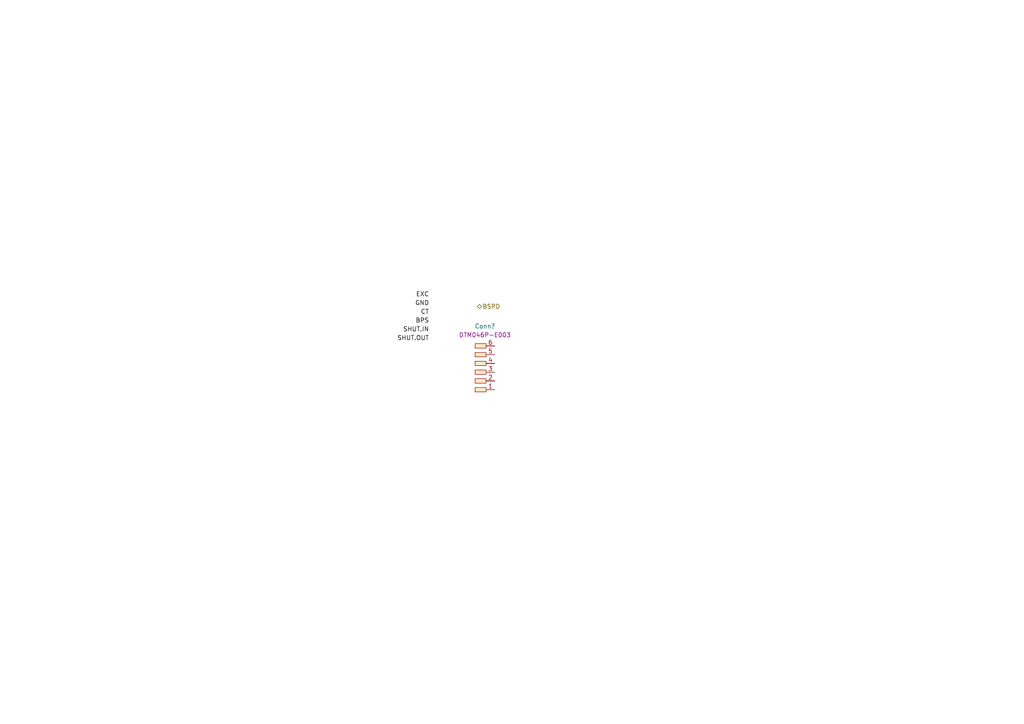
<source format=kicad_sch>
(kicad_sch (version 20231120) (generator "eeschema") (generator_version "8.0")
  (paper "A4")
  (title_block (title "DEVICE - BSPD"))
  (lib_symbols
    (symbol "Connectors_SUFST:Deutsch_DTM_6P_Pin"
      (property "Reference" "Conn" (at 0 -1.905 0))
      (property "P/N" "DTM046P-E003" (at 0 0 0))
      (symbol "Deutsch_DTM_6P_Pin_0_1"
        (polyline (pts (xy -0.635 -14.605) (xy 1.905 -14.605)))
        (polyline (pts (xy -0.635 -9.525) (xy 1.905 -9.525)))
        (polyline (pts (xy -0.635 -4.445) (xy 1.905 -4.445)))
      )
      (symbol "Deutsch_DTM_6P_Pin_1_1"
        (rectangle (start -3.81 -16.51) (end -0.635 -17.78) (fill (type color) (color 255 229 191 1)))
        (rectangle (start -3.81 -13.97) (end -0.635 -15.24) (fill (type color) (color 255 229 191 1)))
        (rectangle (start -3.81 -11.43) (end -0.635 -12.7) (fill (type color) (color 255 229 191 1)))
        (rectangle (start -3.81 -8.89) (end -0.635 -10.16) (fill (type color) (color 255 229 191 1)))
        (rectangle (start -3.81 -6.35) (end -0.635 -7.62) (fill (type color) (color 255 229 191 1)))
        (rectangle (start -3.81 -3.81) (end -0.635 -5.08) (fill (type color) (color 255 229 191 1)))
        (pin input line (at 1.905 -17.145 180) (length 2.54) (name "") (number "1"))
        (pin input line (at 1.905 -14.605 180) (length 2.54) (name "") (number "2"))
        (pin input line (at 1.905 -12.065 180) (length 2.54) (name "") (number "3"))
        (pin input line (at 1.905 -9.525 180) (length 2.54) (name "") (number "4"))
        (pin input line (at 1.905 -6.985 180) (length 2.54) (name "") (number "5"))
        (pin input line (at 1.905 -4.445 180) (length 2.54) (name "") (number "6"))
      )
    )
  )
  (label "EXC" (at 124.46 86.36 180))
  (label "BPS" (at 124.46 93.98 180))
  (label "CT" (at 124.46 91.44 180))
  (label "SHUT.OUT" (at 124.46 99.06 180))
  (label "SHUT.IN" (at 124.46 96.52 180))
  (label "GND" (at 124.46 88.9 180))
  (hierarchical_label "BSPD" (shape bidirectional) (at 138.43 88.9 0))
  (symbol (lib_id "Connectors_SUFST:Deutsch_DTM_6P_Pin") (at 141.605 95.885 0) (unit 1)
    (property "Reference" "Conn?" (at 140.6525 94.615 0))
    (property "Value" "Deutsch_DTM_6P_Pin" (effects (hide yes)))
    (property "P/N" "DTM046P-E003" (at 140.6525 97.155 0))
  )
)
</source>
